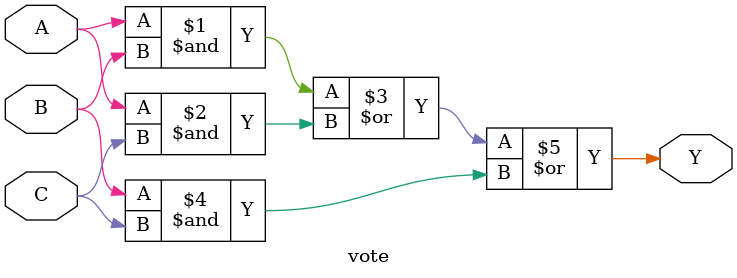
<source format=v>
`timescale 1ns / 1ps
module vote(
    input A,
    input B,
    input C,
    output Y
    );
	assign Y=(A&B) | (A&C) | (B&C);

endmodule

</source>
